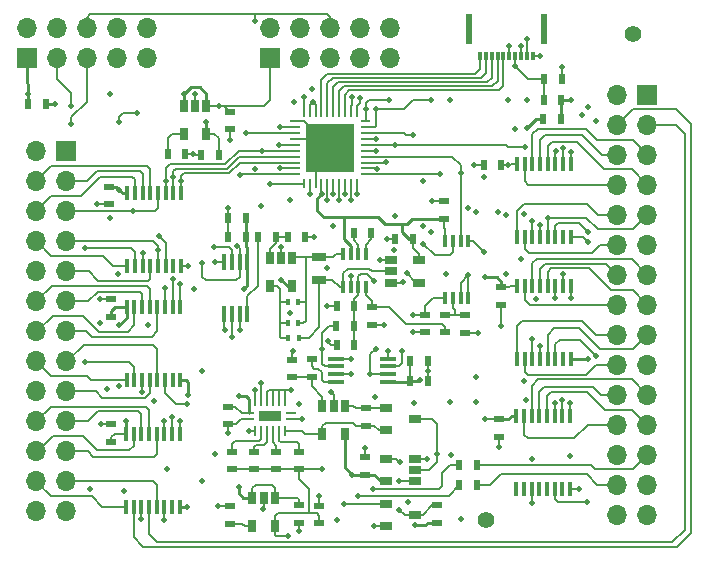
<source format=gtl>
G04 #@! TF.FileFunction,Copper,L1,Top,Signal*
%FSLAX46Y46*%
G04 Gerber Fmt 4.6, Leading zero omitted, Abs format (unit mm)*
G04 Created by KiCad (PCBNEW 4.0.1-stable) date 5/8/2017 10:12:06 PM*
%MOMM*%
G01*
G04 APERTURE LIST*
%ADD10C,0.100000*%
%ADD11R,1.700000X1.700000*%
%ADD12O,1.700000X1.700000*%
%ADD13C,1.397000*%
%ADD14C,0.508000*%
%ADD15R,0.350000X1.200000*%
%ADD16R,0.710000X0.280000*%
%ADD17R,0.280000X0.710000*%
%ADD18C,0.280000*%
%ADD19R,1.150000X1.150000*%
%ADD20C,0.457200*%
%ADD21R,4.100000X4.100000*%
%ADD22R,0.900000X0.240000*%
%ADD23R,0.240000X0.900000*%
%ADD24R,1.900000X0.900000*%
%ADD25R,0.750000X0.900000*%
%ADD26R,1.000000X0.700000*%
%ADD27R,0.700000X1.000000*%
%ADD28R,1.450000X0.450000*%
%ADD29R,0.450000X1.450000*%
%ADD30R,0.900000X0.500000*%
%ADD31R,0.500000X0.900000*%
%ADD32R,0.400000X1.000000*%
%ADD33R,1.300000X0.700000*%
%ADD34R,0.410000X1.020000*%
%ADD35R,0.400000X0.600000*%
%ADD36R,0.330000X0.800000*%
%ADD37R,0.600000X2.600000*%
%ADD38C,0.152400*%
%ADD39C,0.254000*%
%ADD40C,0.203200*%
%ADD41C,0.177800*%
G04 APERTURE END LIST*
D10*
D11*
X25875000Y17600000D03*
D12*
X23335000Y17600000D03*
X25875000Y15060000D03*
X23335000Y15060000D03*
X25875000Y12520000D03*
X23335000Y12520000D03*
X25875000Y9980000D03*
X23335000Y9980000D03*
X25875000Y7440000D03*
X23335000Y7440000D03*
X25875000Y4900000D03*
X23335000Y4900000D03*
X25875000Y2360000D03*
X23335000Y2360000D03*
X25875000Y-180000D03*
X23335000Y-180000D03*
X25875000Y-2720000D03*
X23335000Y-2720000D03*
X25875000Y-5260000D03*
X23335000Y-5260000D03*
X25875000Y-7800000D03*
X23335000Y-7800000D03*
X25875000Y-10340000D03*
X23335000Y-10340000D03*
X25875000Y-12880000D03*
X23335000Y-12880000D03*
X25875000Y-15420000D03*
X23335000Y-15420000D03*
X25875000Y-17960000D03*
X23335000Y-17960000D03*
D11*
X-23325000Y12800000D03*
D12*
X-25865000Y12800000D03*
X-23325000Y10260000D03*
X-25865000Y10260000D03*
X-23325000Y7720000D03*
X-25865000Y7720000D03*
X-23325000Y5180000D03*
X-25865000Y5180000D03*
X-23325000Y2640000D03*
X-25865000Y2640000D03*
X-23325000Y100000D03*
X-25865000Y100000D03*
X-23325000Y-2440000D03*
X-25865000Y-2440000D03*
X-23325000Y-4980000D03*
X-25865000Y-4980000D03*
X-23325000Y-7520000D03*
X-25865000Y-7520000D03*
X-23325000Y-10060000D03*
X-25865000Y-10060000D03*
X-23325000Y-12600000D03*
X-25865000Y-12600000D03*
X-23325000Y-15140000D03*
X-25865000Y-15140000D03*
X-23325000Y-17680000D03*
X-25865000Y-17680000D03*
D13*
X12217400Y-18415000D03*
D14*
X-4589200Y-19737600D03*
D15*
X-18161000Y3073400D03*
X-17511000Y3073400D03*
X-16861000Y3073400D03*
X-16211000Y3073400D03*
X-15561000Y3073400D03*
X-14911000Y3073400D03*
X-14261000Y3073400D03*
X-13611000Y3073400D03*
X-13611000Y9273400D03*
X-14261000Y9273400D03*
X-14911000Y9273400D03*
X-15561000Y9273400D03*
X-16211000Y9273400D03*
X-16861000Y9273400D03*
X-17511000Y9273400D03*
X-18161000Y9273400D03*
X-18208300Y-6542900D03*
X-17558300Y-6542900D03*
X-16908300Y-6542900D03*
X-16258300Y-6542900D03*
X-15608300Y-6542900D03*
X-14958300Y-6542900D03*
X-14308300Y-6542900D03*
X-13658300Y-6542900D03*
X-13658300Y-342900D03*
X-14308300Y-342900D03*
X-14958300Y-342900D03*
X-15608300Y-342900D03*
X-16258300Y-342900D03*
X-16908300Y-342900D03*
X-17558300Y-342900D03*
X-18208300Y-342900D03*
X-18262600Y-17297400D03*
X-17612600Y-17297400D03*
X-16962600Y-17297400D03*
X-16312600Y-17297400D03*
X-15662600Y-17297400D03*
X-15012600Y-17297400D03*
X-14362600Y-17297400D03*
X-13712600Y-17297400D03*
X-13712600Y-11097400D03*
X-14362600Y-11097400D03*
X-15012600Y-11097400D03*
X-15662600Y-11097400D03*
X-16312600Y-11097400D03*
X-16962600Y-11097400D03*
X-17612600Y-11097400D03*
X-18262600Y-11097400D03*
D16*
X-4010200Y15356400D03*
X-4010200Y14856400D03*
X-4010200Y14356400D03*
X-4010200Y13856400D03*
X-4010200Y13356400D03*
X-4010200Y12856400D03*
X-4010200Y12356400D03*
X-4010200Y11856400D03*
X-4010200Y11356400D03*
X-4010200Y10856400D03*
D17*
X-3215200Y10061400D03*
X-2715200Y10061400D03*
X-2215200Y10061400D03*
X-1715200Y10061400D03*
X-1215200Y10061400D03*
X-715200Y10061400D03*
X-215200Y10061400D03*
X284800Y10061400D03*
X784800Y10061400D03*
X1284800Y10061400D03*
D16*
X2079800Y10856400D03*
X2079800Y11356400D03*
X2079800Y11856400D03*
X2079800Y12356400D03*
X2079800Y12856400D03*
X2079800Y13356400D03*
X2079800Y13856400D03*
X2079800Y14356400D03*
X2079800Y14856400D03*
X2079800Y15356400D03*
D17*
X1284800Y16151400D03*
X784800Y16151400D03*
X284800Y16151400D03*
X-215200Y16151400D03*
X-715200Y16151400D03*
X-1215200Y16151400D03*
X-1715200Y16151400D03*
X-2215200Y16151400D03*
X-2715200Y16151400D03*
X-3215200Y16151400D03*
D18*
X1724800Y10856400D03*
X1724800Y11356400D03*
X1724800Y11856400D03*
X1724800Y12356400D03*
X1724800Y12856400D03*
X1724800Y13356400D03*
X1724800Y13856400D03*
X1724800Y14356400D03*
X1724800Y14856400D03*
X1724800Y15356400D03*
X1284800Y15796400D03*
X784800Y15796400D03*
X284800Y15796400D03*
X-215200Y15796400D03*
X-715200Y15796400D03*
X-1215200Y15796400D03*
X-1715200Y15796400D03*
X-2215200Y15796400D03*
X-2715200Y15796400D03*
X-3215200Y15796400D03*
X-3655200Y15356400D03*
X-3655200Y14856400D03*
X-3655200Y14356400D03*
X-3655200Y13856400D03*
X-3655200Y13356400D03*
X-3655200Y12856400D03*
X-3655200Y12356400D03*
X-3655200Y11856400D03*
X-3655200Y11356400D03*
X-3655200Y10856400D03*
X-3215200Y10416400D03*
X-2715200Y10416400D03*
X-2215200Y10416400D03*
X-1715200Y10416400D03*
X-1215200Y10416400D03*
X-715200Y10416400D03*
X-215200Y10416400D03*
X284800Y10416400D03*
X784800Y10416400D03*
X1284800Y10416400D03*
D19*
X-965200Y13106400D03*
X-965200Y14556400D03*
X-965200Y11656400D03*
X-2415200Y11656400D03*
X-2415200Y13106400D03*
X-2415200Y14556400D03*
X484800Y14556400D03*
X484800Y13106400D03*
X484800Y11656400D03*
D20*
X-965200Y14556400D03*
X-2415200Y14556400D03*
X-2415200Y11656400D03*
X-2415200Y13106400D03*
X-965200Y13106400D03*
X534800Y11606400D03*
X-965200Y11656400D03*
X484800Y13106400D03*
X534800Y14606400D03*
D21*
X-965200Y13106400D03*
D15*
X14843760Y5552440D03*
X15493760Y5552440D03*
X16143760Y5552440D03*
X16793760Y5552440D03*
X17443760Y5552440D03*
X18093760Y5552440D03*
X18743760Y5552440D03*
X19393760Y5552440D03*
X19393760Y11752440D03*
X18743760Y11752440D03*
X18093760Y11752440D03*
X17443760Y11752440D03*
X16793760Y11752440D03*
X16143760Y11752440D03*
X15493760Y11752440D03*
X14843760Y11752440D03*
D22*
X-7891150Y-9846079D03*
D23*
X-7341150Y-10896079D03*
X-6841150Y-10896079D03*
X-6341150Y-10896079D03*
X-5841150Y-10896079D03*
X-5341150Y-10896079D03*
X-4841150Y-10896079D03*
D22*
X-4291150Y-9846079D03*
X-4291150Y-9346079D03*
D23*
X-4841150Y-8296079D03*
X-5341150Y-8296079D03*
X-5841150Y-8296079D03*
X-6341150Y-8296079D03*
X-6841150Y-8296079D03*
X-7341150Y-8296079D03*
D22*
X-7891150Y-9346079D03*
D24*
X-6091150Y-9596079D03*
D25*
X-6666150Y-9596079D03*
X-5516150Y-9596079D03*
D15*
X14843760Y-4759960D03*
X15493760Y-4759960D03*
X16143760Y-4759960D03*
X16793760Y-4759960D03*
X17443760Y-4759960D03*
X18093760Y-4759960D03*
X18743760Y-4759960D03*
X19393760Y-4759960D03*
X19393760Y1440040D03*
X18743760Y1440040D03*
X18093760Y1440040D03*
X17443760Y1440040D03*
X16793760Y1440040D03*
X16143760Y1440040D03*
X15493760Y1440040D03*
X14843760Y1440040D03*
X14782800Y-15768320D03*
X15432800Y-15768320D03*
X16082800Y-15768320D03*
X16732800Y-15768320D03*
X17382800Y-15768320D03*
X18032800Y-15768320D03*
X18682800Y-15768320D03*
X19332800Y-15768320D03*
X19332800Y-9568320D03*
X18682800Y-9568320D03*
X18032800Y-9568320D03*
X17382800Y-9568320D03*
X16732800Y-9568320D03*
X16082800Y-9568320D03*
X15432800Y-9568320D03*
X14782800Y-9568320D03*
D26*
X6179820Y-9860280D03*
X3779820Y-8910280D03*
X3779820Y-10810280D03*
D27*
X-12404800Y16654600D03*
X-11454800Y16654600D03*
X-13354800Y16654600D03*
X-13354800Y14254600D03*
X-11454800Y14254600D03*
D26*
X4148800Y2634420D03*
X4148800Y3584420D03*
X4148800Y1684420D03*
X6548800Y1684420D03*
X6548800Y3584420D03*
D27*
X-694180Y-8716280D03*
X255820Y-8716280D03*
X-1644180Y-8716280D03*
X-1644180Y-11116280D03*
X255820Y-11116280D03*
X-5141700Y3784300D03*
X-4191700Y3784300D03*
X-6091700Y3784300D03*
X-6091700Y1384300D03*
X-4191700Y1384300D03*
D26*
X6179820Y-14178280D03*
X6179820Y-15128280D03*
X6179820Y-13228280D03*
X3779820Y-13228280D03*
X3779820Y-15128280D03*
D27*
X-6616700Y-16510000D03*
X-5666700Y-16510000D03*
X-7566700Y-16510000D03*
X-7566700Y-18910000D03*
X-5666700Y-18910000D03*
D28*
X3925820Y-6708480D03*
X3925820Y-6058480D03*
X3925820Y-5408480D03*
X3925820Y-4758480D03*
X-474180Y-4758480D03*
X-474180Y-5408480D03*
X-474180Y-6058480D03*
X-474180Y-6708480D03*
D29*
X-7983580Y3452220D03*
X-8633580Y3452220D03*
X-9283580Y3452220D03*
X-9933580Y3452220D03*
X-9933580Y-947780D03*
X-9283580Y-947780D03*
X-8633580Y-947780D03*
X-7983580Y-947780D03*
D30*
X-9282460Y-12626880D03*
X-9282460Y-14126880D03*
X-5552460Y-12626880D03*
X-5552460Y-14126880D03*
X-3632460Y-12626880D03*
X-3632460Y-14126880D03*
X-7452460Y-12626880D03*
X-7452460Y-14126880D03*
D31*
X9968800Y-15468600D03*
X11468800Y-15468600D03*
X9943400Y-13792200D03*
X11443400Y-13792200D03*
D32*
X110800Y1324420D03*
X760800Y1324420D03*
X1410800Y1324420D03*
X2060800Y1324420D03*
X2060800Y4124420D03*
X1410800Y4124420D03*
X760800Y4124420D03*
X110800Y4124420D03*
D30*
X-19723100Y9817800D03*
X-19723100Y8317800D03*
X-1905000Y-18682400D03*
X-1905000Y-17182400D03*
X-3639820Y-17164620D03*
X-3639820Y-18664620D03*
D31*
X-14731600Y12551200D03*
X-13231600Y12551200D03*
X-10424900Y12538500D03*
X-11924900Y12538500D03*
D30*
X-9447700Y16158700D03*
X-9447700Y14658700D03*
X-9448800Y-18707800D03*
X-9448800Y-17207800D03*
D14*
X-17349200Y16032400D03*
X2890800Y-3907600D03*
X-22899200Y16672400D03*
X-22899200Y15112400D03*
X3990800Y17162400D03*
X7530800Y17132400D03*
D30*
X-19507200Y-1219900D03*
X-19507200Y280100D03*
X-19532600Y-11799000D03*
X-19532600Y-10299000D03*
X1986280Y-14557440D03*
X1986280Y-13057440D03*
D31*
X13510800Y11672400D03*
X12010800Y11672400D03*
X6048800Y5404420D03*
X4548800Y5404420D03*
D30*
X13512800Y1283400D03*
X13512800Y-216600D03*
X13274040Y-9887520D03*
X13274040Y-11387520D03*
D31*
X18565800Y15512400D03*
X17065800Y15512400D03*
X17115800Y18962400D03*
X18615800Y18962400D03*
X18590800Y17187400D03*
X17090800Y17187400D03*
X5818440Y-6598920D03*
X7318440Y-6598920D03*
X5809660Y-4962280D03*
X7309660Y-4962280D03*
D30*
X2045820Y-10426280D03*
X2045820Y-8926280D03*
X-4170680Y-6332920D03*
X-4170680Y-4832920D03*
D31*
X-8117140Y7157720D03*
X-9617140Y7157720D03*
X-8127300Y5557520D03*
X-9627300Y5557520D03*
X1000800Y5904420D03*
X2500800Y5904420D03*
X-4582860Y5590540D03*
X-3082860Y5590540D03*
D30*
X2534920Y-357440D03*
X2534920Y-1857440D03*
X-2524760Y-4812600D03*
X-2524760Y-6312600D03*
D33*
X-1892300Y1930360D03*
X-1892300Y3830360D03*
D31*
X-7082220Y5590540D03*
X-5582220Y5590540D03*
X1054800Y-1943100D03*
X-445200Y-1943100D03*
X-432500Y-309880D03*
X1067500Y-309880D03*
D30*
X-9606280Y-8797860D03*
X-9606280Y-10297860D03*
D31*
X-25031000Y16840200D03*
X-26531000Y16840200D03*
D30*
X7086600Y-2528000D03*
X7086600Y-1028000D03*
X8650800Y8592400D03*
X8650800Y7092400D03*
X10414000Y-1053400D03*
X10414000Y-2553400D03*
X8737600Y-2528000D03*
X8737600Y-1028000D03*
D34*
X8763000Y381000D03*
X9413000Y381000D03*
X10063000Y381000D03*
X10713000Y381000D03*
X10713000Y5181000D03*
X10063000Y5181000D03*
X9413000Y5181000D03*
X8763000Y5181000D03*
D13*
X24663400Y22733000D03*
D26*
X6170800Y-17987600D03*
X3770800Y-17037600D03*
X3770800Y-18937600D03*
D30*
X8050800Y-17167600D03*
X8050800Y-18667600D03*
D35*
X-3689200Y12400D03*
X-4589200Y12400D03*
D31*
X1060800Y-3557600D03*
X-439200Y-3557600D03*
D35*
X-4559200Y-2987600D03*
X-3659200Y-2987600D03*
X-4579200Y-1757600D03*
X-3679200Y-1757600D03*
D36*
X16190800Y20887400D03*
X15690800Y20887400D03*
X15190800Y20887400D03*
X14690800Y20887400D03*
X14190800Y20887400D03*
X13690800Y20887400D03*
X13190800Y20887400D03*
X12690800Y20887400D03*
X12190800Y20887400D03*
X11690800Y20887400D03*
D37*
X17090800Y23187400D03*
X10790800Y23187400D03*
D11*
X-26654200Y20730000D03*
D12*
X-26654200Y23270000D03*
X-24114200Y20730000D03*
X-24114200Y23270000D03*
X-21574200Y20730000D03*
X-21574200Y23270000D03*
X-19034200Y20730000D03*
X-19034200Y23270000D03*
X-16494200Y20730000D03*
X-16494200Y23270000D03*
D11*
X-6104200Y20730000D03*
D12*
X-6104200Y23270000D03*
X-3564200Y20730000D03*
X-3564200Y23270000D03*
X-1024200Y20730000D03*
X-1024200Y23270000D03*
X1515800Y20730000D03*
X1515800Y23270000D03*
X4055800Y20730000D03*
X4055800Y23270000D03*
D14*
X-11799200Y3362400D03*
X-17679200Y7720000D03*
X-1149200Y-3277600D03*
X20815800Y-4762600D03*
X-18884200Y-7037600D03*
X-12549200Y1122400D03*
X18615800Y19987400D03*
X-18909200Y2387400D03*
X15690800Y14787400D03*
X16815800Y20887400D03*
X13520800Y-1947600D03*
X10710800Y2312400D03*
X11530800Y-2547600D03*
X20870800Y5122400D03*
X3570800Y-1857600D03*
X7318440Y-5767600D03*
X-949200Y-7537600D03*
X2750800Y-18927600D03*
X13280800Y-12197600D03*
X-12989200Y3072400D03*
X13880800Y2432400D03*
X2790800Y-8027600D03*
X9240800Y-12887600D03*
X7210800Y-13227600D03*
X9170800Y-8377600D03*
X1981200Y-12344400D03*
X7660800Y8602400D03*
X11170800Y11672400D03*
X15400800Y7542400D03*
X10720800Y7982400D03*
X11340800Y7642400D03*
X13250800Y7682400D03*
X13890800Y7392400D03*
X5156200Y1701800D03*
X8820800Y2432400D03*
X6060800Y-2527600D03*
X15580800Y-8247600D03*
X11390800Y-8437600D03*
X20090800Y-15757600D03*
X-13069200Y-17287600D03*
X-12979200Y-7807600D03*
X-15919200Y-8357600D03*
X-16379200Y-1937600D03*
X-9626600Y8026400D03*
X-4165600Y-4140200D03*
X-10464800Y-17195800D03*
X-1905000Y-16408400D03*
X-3632200Y-19380200D03*
X-4038600Y17018000D03*
X-12406800Y17631200D03*
X-20447000Y279400D03*
X-20421600Y-10312400D03*
X-14757400Y-14097000D03*
X-6629400Y-17449800D03*
X-9435000Y13745000D03*
X-12559200Y12551200D03*
X-24257000Y16840200D03*
X787400Y-4749800D03*
X812800Y-6070600D03*
X-7340600Y-7416800D03*
X-9601200Y-11074400D03*
X-4292600Y-7442200D03*
X-3403600Y-9855200D03*
X3810000Y5410200D03*
X-1219200Y-304800D03*
X762000Y2286000D03*
X-2387600Y5588000D03*
X-5130800Y4673600D03*
X-8638540Y-2278380D03*
X-9923780Y-2280920D03*
X-20751800Y8318500D03*
X-15561000Y4422400D03*
X-21717000Y4584700D03*
X-21729700Y-5016500D03*
X17430800Y7192400D03*
X16791940Y6611620D03*
X16791940Y-3639820D03*
X860640Y-14557440D03*
X14115800Y17162400D03*
X19415800Y17162400D03*
X15715800Y17162400D03*
X15190800Y21737400D03*
X12165800Y2137400D03*
X-8309200Y1162400D03*
X-5109200Y1932400D03*
X-8684200Y-7887600D03*
X-8684200Y-15637600D03*
X-18834200Y15287400D03*
X-18459200Y-15962600D03*
X-18259200Y-9987600D03*
X-18859200Y-1937600D03*
X-18827450Y9569150D03*
X-2484200Y18087400D03*
X6115800Y-8462600D03*
X11390800Y-6262600D03*
X6615800Y-6587600D03*
X9140800Y17162400D03*
X6215800Y-18812600D03*
X14115800Y11687400D03*
X12165800Y-9887600D03*
X-11459200Y15287400D03*
X-1709200Y9212400D03*
X-2463800Y16967200D03*
X-13354800Y17656800D03*
X-19659200Y17637400D03*
X-19889200Y-7277600D03*
X-26534200Y17662400D03*
X-4359200Y-907600D03*
X-4359200Y8722400D03*
X-19659200Y7202400D03*
X-10369200Y16654600D03*
X10060800Y-18327600D03*
X10063000Y10992400D03*
X3730800Y11862400D03*
X3940800Y-4077600D03*
X-10689200Y-12817600D03*
X4440800Y4452400D03*
X-10689200Y3452400D03*
X-1669200Y-14127600D03*
X-1669200Y-3907600D03*
X-9279200Y-2937600D03*
X6030800Y-1027600D03*
X6030800Y14192400D03*
X14690800Y20012400D03*
X14690800Y14712400D03*
X-5283200Y13360400D03*
X6900800Y10302400D03*
X-5257800Y11353800D03*
X6900800Y6522400D03*
X-10829200Y4672400D03*
X6900800Y5002400D03*
X5630800Y-16917600D03*
X5120800Y-4107600D03*
X14190800Y21737400D03*
X-8579200Y10812400D03*
X15690800Y22287400D03*
X-7384200Y23837400D03*
X-6039200Y10062400D03*
X2090800Y16412400D03*
X2940800Y16387400D03*
X1290800Y9182400D03*
X2630800Y-15817600D03*
X780800Y8682400D03*
X1370800Y-16347600D03*
X-709200Y9182400D03*
X-709200Y6492400D03*
X-15499200Y5642400D03*
X-13614400Y10312400D03*
X-13659200Y1612400D03*
X19340800Y-13017600D03*
X19330800Y-8537600D03*
X19390800Y362400D03*
X19390800Y12772400D03*
X-13716000Y-10058400D03*
X-14351000Y-9728200D03*
X-14249400Y10642600D03*
X-14309200Y1982400D03*
X18740800Y13072400D03*
X18690800Y-8237600D03*
X18740800Y2402400D03*
X-15011400Y-10058400D03*
X-14959200Y1232400D03*
X-14909800Y10312400D03*
X-6719200Y12856400D03*
X18030800Y-8487600D03*
X18090800Y352400D03*
X18100800Y12802400D03*
X-5257800Y14859000D03*
X-13059200Y-8577600D03*
X-3659200Y-8577600D03*
X-15009200Y-18367600D03*
X-409200Y-18367600D03*
X-2719200Y9202400D03*
X21540800Y15362400D03*
X-3225800Y17373600D03*
X21550800Y-4517600D03*
X830800Y17442400D03*
X20300800Y15892400D03*
X20730800Y-16907600D03*
X160800Y-17037600D03*
X-1219200Y2902400D03*
X-1219200Y8712400D03*
X3230800Y3582400D03*
X4890800Y-15127600D03*
X4890800Y-17537600D03*
X-11809200Y-5767600D03*
X-11809200Y-15127600D03*
X15180800Y3692400D03*
X7540800Y5962400D03*
X8280800Y10862400D03*
X-21309200Y-15747600D03*
X-20439200Y-1697600D03*
X15420800Y-6597600D03*
X16460800Y322400D03*
X20810800Y16552400D03*
X1530800Y17352400D03*
X20830800Y6012400D03*
X-8829200Y4812400D03*
X-8069200Y14362400D03*
X3020800Y11352400D03*
X2430800Y-6057600D03*
X2910800Y12862400D03*
X-7329200Y11352400D03*
X-7889200Y-10897600D03*
X-209200Y8702400D03*
X-6839200Y8182400D03*
X-6839200Y-6837600D03*
X2740800Y1852400D03*
X2920800Y13852400D03*
X16070800Y-16967600D03*
X16070800Y-13217600D03*
X4920800Y-13537600D03*
X5490800Y2492400D03*
X4520800Y13352400D03*
X4520800Y7342400D03*
X15530800Y13142400D03*
X16130800Y-3087600D03*
X16150800Y6932400D03*
X-16865600Y4165600D03*
X-16967200Y-18288000D03*
X-16916400Y-7543800D03*
X290800Y9212400D03*
X12010800Y10662400D03*
X12010800Y4272400D03*
X8070800Y-12807600D03*
D38*
X-25865000Y10260000D02*
X-24580700Y11544300D01*
X-16211000Y11308800D02*
X-16211000Y9273400D01*
X-16446500Y11544300D02*
X-16211000Y11308800D01*
X-24580700Y11544300D02*
X-16446500Y11544300D01*
X-25865000Y10260000D02*
X-25865000Y10279200D01*
X-23325000Y10260000D02*
X-21591600Y10260000D01*
X-16861000Y10866600D02*
X-16861000Y9273400D01*
X-17106900Y11112500D02*
X-16861000Y10866600D01*
X-20739100Y11112500D02*
X-17106900Y11112500D01*
X-21591600Y10260000D02*
X-20739100Y11112500D01*
X-25865000Y7720000D02*
X-25865000Y7751900D01*
X-25865000Y7751900D02*
X-24574500Y9042400D01*
X-17511000Y10437100D02*
X-17511000Y9273400D01*
X-17716500Y10642600D02*
X-17511000Y10437100D01*
X-20434300Y10642600D02*
X-17716500Y10642600D01*
X-22034500Y9042400D02*
X-20434300Y10642600D01*
X-24574500Y9042400D02*
X-22034500Y9042400D01*
X-25865000Y7720000D02*
X-25858800Y7720000D01*
X-23325000Y7720000D02*
X-17679200Y7720000D01*
X-17679200Y7720000D02*
X-15813100Y7720000D01*
X-15561000Y7972100D02*
X-15561000Y9273400D01*
X-15813100Y7720000D02*
X-15561000Y7972100D01*
X11468800Y-15468600D02*
X12589800Y-15468600D01*
X21613200Y-15420000D02*
X23335000Y-15420000D01*
X20740800Y-14547600D02*
X21613200Y-15420000D01*
X13510800Y-14547600D02*
X20740800Y-14547600D01*
X12589800Y-15468600D02*
X13510800Y-14547600D01*
X-439200Y-3557600D02*
X-869200Y-3557600D01*
X-869200Y-3557600D02*
X-1149200Y-3277600D01*
D39*
X19393760Y-4759960D02*
X20813160Y-4759960D01*
X20813160Y-4759960D02*
X20815800Y-4762600D01*
D40*
X18615800Y18962400D02*
X18615800Y19987400D01*
D39*
X17065800Y15512400D02*
X16415800Y15512400D01*
X16415800Y15512400D02*
X15690800Y14787400D01*
D38*
X16190800Y20887400D02*
X16815800Y20887400D01*
X13512800Y-216600D02*
X13512800Y-1939600D01*
X13512800Y-1939600D02*
X13520800Y-1947600D01*
X10063000Y381000D02*
X10063000Y1664600D01*
X10063000Y1664600D02*
X10710800Y2312400D01*
X10713000Y381000D02*
X10713000Y2310200D01*
X10713000Y2310200D02*
X10710800Y2312400D01*
D40*
X10414000Y-2553400D02*
X11525000Y-2553400D01*
X11525000Y-2553400D02*
X11530800Y-2547600D01*
D38*
X19393760Y5552440D02*
X20440760Y5552440D01*
X20440760Y5552440D02*
X20870800Y5122400D01*
X2534920Y-1857440D02*
X3570640Y-1857440D01*
X3570640Y-1857440D02*
X3570800Y-1857600D01*
X7318440Y-6598920D02*
X7318440Y-5767600D01*
X7318440Y-5767600D02*
X7318440Y-4971060D01*
X7318440Y-4971060D02*
X7309660Y-4962280D01*
X-694180Y-8716280D02*
X-694180Y-7792620D01*
X-694180Y-7792620D02*
X-949200Y-7537600D01*
X3770800Y-18937600D02*
X2760800Y-18937600D01*
X2760800Y-18937600D02*
X2750800Y-18927600D01*
X13274040Y-11387520D02*
X13274040Y-12190840D01*
X13274040Y-12190840D02*
X13280800Y-12197600D01*
X-13611000Y3073400D02*
X-12990200Y3073400D01*
X-12990200Y3073400D02*
X-12989200Y3072400D01*
X6179820Y-13228280D02*
X7210120Y-13228280D01*
X7210120Y-13228280D02*
X7210800Y-13227600D01*
X1986280Y-12349480D02*
X1981200Y-12344400D01*
X1986280Y-12349480D02*
X1986280Y-13057440D01*
X7670800Y8592400D02*
X7660800Y8602400D01*
X7670800Y8592400D02*
X8650800Y8592400D01*
X12010800Y11672400D02*
X11170800Y11672400D01*
X5138820Y1684420D02*
X5156200Y1701800D01*
X5138820Y1684420D02*
X4148800Y1684420D01*
X7086600Y-2528000D02*
X6061200Y-2528000D01*
X6061200Y-2528000D02*
X6060800Y-2527600D01*
X19332800Y-15768320D02*
X20080080Y-15768320D01*
X20080080Y-15768320D02*
X20090800Y-15757600D01*
X-2215200Y10061400D02*
X-2215200Y11456400D01*
X-2215200Y11456400D02*
X-2415200Y11656400D01*
D39*
X-13712600Y-17297400D02*
X-13079000Y-17297400D01*
X-13079000Y-17297400D02*
X-13069200Y-17287600D01*
X-13658300Y-6542900D02*
X-13163900Y-6542900D01*
X-12979200Y-6727600D02*
X-12979200Y-7807600D01*
X-13163900Y-6542900D02*
X-12979200Y-6727600D01*
D38*
X-9617140Y7157720D02*
X-9617140Y8016940D01*
X-9617140Y8016940D02*
X-9626600Y8026400D01*
X-9627300Y5557520D02*
X-9627300Y7147560D01*
X-9627300Y7147560D02*
X-9617140Y7157720D01*
D40*
X-4170680Y-4832920D02*
X-4170680Y-4145280D01*
X-4170680Y-4145280D02*
X-4165600Y-4140200D01*
X-9448800Y-17207800D02*
X-10452800Y-17207800D01*
X-10452800Y-17207800D02*
X-10464800Y-17195800D01*
X-1905000Y-17182400D02*
X-1905000Y-16408400D01*
X-3639820Y-18664620D02*
X-3639820Y-19372580D01*
X-3639820Y-19372580D02*
X-3632200Y-19380200D01*
D38*
X-4010200Y15356400D02*
X-3215200Y15356400D01*
X-3215200Y15356400D02*
X-2415200Y14556400D01*
X-4010200Y13856400D02*
X-1715200Y13856400D01*
D40*
X-12404800Y16654600D02*
X-12404800Y17629200D01*
X-12404800Y17629200D02*
X-12406800Y17631200D01*
X-19507200Y280100D02*
X-20446300Y280100D01*
X-20446300Y280100D02*
X-20447000Y279400D01*
X-19532600Y-10299000D02*
X-20408200Y-10299000D01*
X-20408200Y-10299000D02*
X-20421600Y-10312400D01*
X-6616700Y-16510000D02*
X-6616700Y-17437100D01*
X-6616700Y-17437100D02*
X-6629400Y-17449800D01*
X-9447700Y14658700D02*
X-9447700Y13757700D01*
X-9447700Y13757700D02*
X-9435000Y13745000D01*
X-11924900Y12538500D02*
X-12546500Y12538500D01*
X-12559200Y12551200D02*
X-13231600Y12551200D01*
X-12546500Y12538500D02*
X-12559200Y12551200D01*
D39*
X-25031000Y16840200D02*
X-24257000Y16840200D01*
D38*
X-474180Y-4758480D02*
X778720Y-4758480D01*
X778720Y-4758480D02*
X787400Y-4749800D01*
X-474180Y-6058480D02*
X800680Y-6058480D01*
X800680Y-6058480D02*
X812800Y-6070600D01*
X-7341150Y-7417350D02*
X-7340600Y-7416800D01*
X-7341150Y-7417350D02*
X-7341150Y-8296079D01*
X-9606280Y-10297860D02*
X-9606280Y-11069320D01*
X-9606280Y-11069320D02*
X-9601200Y-11074400D01*
X-7891150Y-9846079D02*
X-8499879Y-9846079D01*
X-8951660Y-10297860D02*
X-9606280Y-10297860D01*
X-8499879Y-9846079D02*
X-8951660Y-10297860D01*
X-5841150Y-8296079D02*
X-5841150Y-7442200D01*
X-5842000Y-7467600D02*
X-5842000Y-7442200D01*
X-5842000Y-7443050D02*
X-5842000Y-7467600D01*
X-5841150Y-7442200D02*
X-5842000Y-7443050D01*
X-5341150Y-8296079D02*
X-5341150Y-7442200D01*
X-5334000Y-7467600D02*
X-5334000Y-7442200D01*
X-5334000Y-7449350D02*
X-5334000Y-7467600D01*
X-5341150Y-7442200D02*
X-5334000Y-7449350D01*
X-4841150Y-8296079D02*
X-4841150Y-7442200D01*
X-4841150Y-7442200D02*
X-4851400Y-7442200D01*
X-6341150Y-8296079D02*
X-6341150Y-7585750D01*
X-6197600Y-7442200D02*
X-5842000Y-7442200D01*
X-5842000Y-7442200D02*
X-5334000Y-7442200D01*
X-5334000Y-7442200D02*
X-4851400Y-7442200D01*
X-4851400Y-7442200D02*
X-4292600Y-7442200D01*
X-6341150Y-7585750D02*
X-6197600Y-7442200D01*
X-4291150Y-9846079D02*
X-3412721Y-9846079D01*
X-3412721Y-9846079D02*
X-3403600Y-9855200D01*
X4548800Y5404420D02*
X3815780Y5404420D01*
X3815780Y5404420D02*
X3810000Y5410200D01*
X-432500Y-309880D02*
X-1214120Y-309880D01*
X-1214120Y-309880D02*
X-1219200Y-304800D01*
X760800Y1324420D02*
X760800Y2284800D01*
X760800Y2284800D02*
X762000Y2286000D01*
X-3082860Y5590540D02*
X-2390140Y5590540D01*
X-2390140Y5590540D02*
X-2387600Y5588000D01*
X-5141700Y3784300D02*
X-5141700Y4662700D01*
X-5141700Y4662700D02*
X-5130800Y4673600D01*
X-8633580Y-947780D02*
X-8633580Y-2273420D01*
X-8633580Y-2273420D02*
X-8638540Y-2278380D01*
X-9933580Y-947780D02*
X-9933580Y-2271120D01*
X-9933580Y-2271120D02*
X-9923780Y-2280920D01*
X-19723100Y8317800D02*
X-20751100Y8317800D01*
X-20751100Y8317800D02*
X-20751800Y8318500D01*
X-1715200Y13856400D02*
X-965200Y13106400D01*
X11443400Y-13792200D02*
X21115400Y-13792200D01*
X24627400Y-14127600D02*
X25875000Y-12880000D01*
X21450800Y-14127600D02*
X24627400Y-14127600D01*
X21115400Y-13792200D02*
X21450800Y-14127600D01*
X-25865000Y5180000D02*
X-25842900Y5180000D01*
X-25842900Y5180000D02*
X-24574500Y3911600D01*
X-19354800Y3073400D02*
X-18161000Y3073400D01*
X-20193000Y3911600D02*
X-19354800Y3073400D01*
X-24574500Y3911600D02*
X-20193000Y3911600D01*
X-25865000Y5180000D02*
X-25855600Y5180000D01*
X-23325000Y5180000D02*
X-15949600Y5180000D01*
X-15561000Y4791400D02*
X-15561000Y4422400D01*
X-15561000Y4422400D02*
X-15561000Y3073400D01*
X-15949600Y5180000D02*
X-15561000Y4791400D01*
X-17511000Y3073400D02*
X-17511000Y4252200D01*
X-17843500Y4584700D02*
X-21717000Y4584700D01*
X-17511000Y4252200D02*
X-17843500Y4584700D01*
X-23325000Y2640000D02*
X-21410600Y2640000D01*
X-16211000Y2038900D02*
X-16211000Y3073400D01*
X-16386500Y1863400D02*
X-16211000Y2038900D01*
X-20634000Y1863400D02*
X-16386500Y1863400D01*
X-21410600Y2640000D02*
X-20634000Y1863400D01*
X-25865000Y100000D02*
X-25846100Y100000D01*
X-25846100Y100000D02*
X-24549100Y1397000D01*
X-24549100Y1397000D02*
X-16510000Y1397000D01*
X-16510000Y1397000D02*
X-16258300Y1145300D01*
X-16258300Y1145300D02*
X-16258300Y-342900D01*
X-23325000Y100000D02*
X-21464600Y100000D01*
X-16908300Y728500D02*
X-16908300Y-342900D01*
X-17106900Y927100D02*
X-16908300Y728500D01*
X-20637500Y927100D02*
X-17106900Y927100D01*
X-21464600Y100000D02*
X-20637500Y927100D01*
X-25865000Y-2440000D02*
X-25808000Y-2440000D01*
X-25808000Y-2440000D02*
X-24472900Y-1104900D01*
X-24472900Y-1104900D02*
X-21882100Y-1104900D01*
X-21882100Y-1104900D02*
X-20530900Y-2456100D01*
X-20530900Y-2456100D02*
X-18087000Y-2456100D01*
X-18087000Y-2456100D02*
X-17558300Y-1927400D01*
X-17558300Y-1927400D02*
X-17558300Y-342900D01*
X-23325000Y-2440000D02*
X-21626800Y-2440000D01*
X-15608300Y-2436700D02*
X-15608300Y-342900D01*
X-16059200Y-2887600D02*
X-15608300Y-2436700D01*
X-21179200Y-2887600D02*
X-16059200Y-2887600D01*
X-21626800Y-2440000D02*
X-21179200Y-2887600D01*
X-25865000Y-4980000D02*
X-25855600Y-4980000D01*
X-25855600Y-4980000D02*
X-24587200Y-6248400D01*
X-24587200Y-6248400D02*
X-21526500Y-6248400D01*
X-21526500Y-6248400D02*
X-21232000Y-6542900D01*
X-21232000Y-6542900D02*
X-18208300Y-6542900D01*
X-23325000Y-4980000D02*
X-23268000Y-4980000D01*
X-23268000Y-4980000D02*
X-21844000Y-3556000D01*
X-21844000Y-3556000D02*
X-15989300Y-3556000D01*
X-15989300Y-3556000D02*
X-15608300Y-3937000D01*
X-15608300Y-3937000D02*
X-15608300Y-6542900D01*
X-17558300Y-6542900D02*
X-17558300Y-5416000D01*
X-21717000Y-5003800D02*
X-21729700Y-5016500D01*
X-17970500Y-5003800D02*
X-21717000Y-5003800D01*
X-17558300Y-5416000D02*
X-17970500Y-5003800D01*
X-23325000Y-7520000D02*
X-20826400Y-7520000D01*
X-16258300Y-7673100D02*
X-16258300Y-6542900D01*
X-16637000Y-8051800D02*
X-16258300Y-7673100D01*
X-20294600Y-8051800D02*
X-16637000Y-8051800D01*
X-20826400Y-7520000D02*
X-20294600Y-8051800D01*
X-25865000Y-10060000D02*
X-25865000Y-10053500D01*
X-25865000Y-10053500D02*
X-24638000Y-8826500D01*
X-24638000Y-8826500D02*
X-21183600Y-8826500D01*
X-21183600Y-8826500D02*
X-21183600Y-8826500D01*
X-21183600Y-8826500D02*
X-16598900Y-8826500D01*
X-16598900Y-8826500D02*
X-16312600Y-9112800D01*
X-16312600Y-9112800D02*
X-16312600Y-11097400D01*
X-23325000Y-10060000D02*
X-21477300Y-10060000D01*
X-16962600Y-9466100D02*
X-16962600Y-11097400D01*
X-17221200Y-9207500D02*
X-16962600Y-9466100D01*
X-20624800Y-9207500D02*
X-17221200Y-9207500D01*
X-21477300Y-10060000D02*
X-20624800Y-9207500D01*
X-25865000Y-12600000D02*
X-25731800Y-12600000D01*
X-25731800Y-12600000D02*
X-24434800Y-11303000D01*
X-24434800Y-11303000D02*
X-21907500Y-11303000D01*
X-21907500Y-11303000D02*
X-20713700Y-12496800D01*
X-20713700Y-12496800D02*
X-17970500Y-12496800D01*
X-17970500Y-12496800D02*
X-17612600Y-12138900D01*
X-17612600Y-12138900D02*
X-17612600Y-11097400D01*
X-23325000Y-12600000D02*
X-21499500Y-12600000D01*
X-15662600Y-12817800D02*
X-15662600Y-11097400D01*
X-15887700Y-13042900D02*
X-15662600Y-12817800D01*
X-21056600Y-13042900D02*
X-15887700Y-13042900D01*
X-21499500Y-12600000D02*
X-21056600Y-13042900D01*
X-25865000Y-15140000D02*
X-25865000Y-15156000D01*
X-25865000Y-15156000D02*
X-24625300Y-16395700D01*
X-24625300Y-16395700D02*
X-21170900Y-16395700D01*
X-21170900Y-16395700D02*
X-20269200Y-17297400D01*
X-20269200Y-17297400D02*
X-18262600Y-17297400D01*
X-23325000Y-15140000D02*
X-15987700Y-15140000D01*
X-15662600Y-15465100D02*
X-15662600Y-17297400D01*
X-15987700Y-15140000D02*
X-15662600Y-15465100D01*
D41*
X-17612600Y-17297400D02*
X-17612600Y-19844200D01*
X24627400Y16352400D02*
X23335000Y15060000D01*
X28320800Y16352400D02*
X24627400Y16352400D01*
X29550800Y15122400D02*
X28320800Y16352400D01*
X29550800Y-19507600D02*
X29550800Y15122400D01*
X28400800Y-20657600D02*
X29550800Y-19507600D01*
X-16799200Y-20657600D02*
X28400800Y-20657600D01*
X-17612600Y-19844200D02*
X-16799200Y-20657600D01*
X-16312600Y-17297400D02*
X-16312600Y-19564200D01*
X28303200Y15060000D02*
X25875000Y15060000D01*
X29050800Y14312400D02*
X28303200Y15060000D01*
X29050800Y-19227600D02*
X29050800Y14312400D01*
X28000800Y-20277600D02*
X29050800Y-19227600D01*
X-15599200Y-20277600D02*
X28000800Y-20277600D01*
X-16312600Y-19564200D02*
X-15599200Y-20277600D01*
D38*
X23335000Y12520000D02*
X22018920Y12520000D01*
X16793760Y13730520D02*
X16793760Y11752440D01*
X17246600Y14183360D02*
X16793760Y13730520D01*
X20355560Y14183360D02*
X17246600Y14183360D01*
X22018920Y12520000D02*
X20355560Y14183360D01*
X25875000Y12520000D02*
X25875000Y12565360D01*
X25875000Y12565360D02*
X24658320Y13782040D01*
X24658320Y13782040D02*
X21579840Y13782040D01*
X21579840Y13782040D02*
X20665440Y14696440D01*
X20665440Y14696440D02*
X16596360Y14696440D01*
X16596360Y14696440D02*
X16143760Y14243840D01*
X16143760Y14243840D02*
X16143760Y11752440D01*
X23335000Y9980000D02*
X15790840Y9980000D01*
X15493760Y10277080D02*
X15493760Y11752440D01*
X15790840Y9980000D02*
X15493760Y10277080D01*
X25875000Y9980000D02*
X25874640Y9980000D01*
X25874640Y9980000D02*
X24551640Y11303000D01*
X24551640Y11303000D02*
X22222460Y11303000D01*
X22222460Y11303000D02*
X19946620Y13578840D01*
X19946620Y13578840D02*
X17785080Y13578840D01*
X17785080Y13578840D02*
X17443760Y13237520D01*
X17443760Y13237520D02*
X17443760Y11752440D01*
X14843760Y5552440D02*
X14843760Y7765360D01*
X21673200Y7440000D02*
X23335000Y7440000D01*
X20750800Y8362400D02*
X21673200Y7440000D01*
X15440800Y8362400D02*
X20750800Y8362400D01*
X14843760Y7765360D02*
X15440800Y8362400D01*
X17430800Y7192400D02*
X20684100Y7192400D01*
X24643080Y6189980D02*
X21686520Y6189980D01*
X24643080Y6189980D02*
X25875000Y7421900D01*
X20684100Y7192400D02*
X21686520Y6189980D01*
X17443760Y5552440D02*
X17443760Y7179440D01*
X17443760Y7179440D02*
X17430800Y7192400D01*
X25875000Y7440000D02*
X25875000Y7421900D01*
X23335000Y4900000D02*
X21859580Y4900000D01*
X15493760Y4569700D02*
X15493760Y5552440D01*
X15824200Y4239260D02*
X15493760Y4569700D01*
X21198840Y4239260D02*
X15824200Y4239260D01*
X21859580Y4900000D02*
X21198840Y4239260D01*
X23335000Y4900000D02*
X23335000Y4836180D01*
X16793760Y5552440D02*
X16793760Y6609800D01*
X16793760Y6609800D02*
X16791940Y6611620D01*
X23335000Y2360000D02*
X22398080Y3296920D01*
X16793760Y2839000D02*
X16793760Y1440040D01*
X17251680Y3296920D02*
X16793760Y2839000D01*
X22398080Y3296920D02*
X17251680Y3296920D01*
X25875000Y2360000D02*
X24549460Y3685540D01*
X16143760Y3332000D02*
X16143760Y1440040D01*
X16497300Y3685540D02*
X16143760Y3332000D01*
X24549460Y3685540D02*
X16497300Y3685540D01*
X23335000Y-180000D02*
X15907680Y-180000D01*
X15493760Y233920D02*
X15493760Y1440040D01*
X15907680Y-180000D02*
X15493760Y233920D01*
X25875000Y-180000D02*
X25875000Y-167660D01*
X25875000Y-167660D02*
X24627840Y1079500D01*
X24627840Y1079500D02*
X22783800Y1079500D01*
X22783800Y1079500D02*
X20970240Y2893060D01*
X20970240Y2893060D02*
X17731740Y2893060D01*
X17731740Y2893060D02*
X17443760Y2605080D01*
X17443760Y2605080D02*
X17443760Y1440040D01*
X23335000Y-2720000D02*
X21503300Y-2720000D01*
X14843760Y-1958340D02*
X14843760Y-4759960D01*
X15224760Y-1577340D02*
X14843760Y-1958340D01*
X20360640Y-1577340D02*
X15224760Y-1577340D01*
X21503300Y-2720000D02*
X20360640Y-1577340D01*
X25875000Y-2720000D02*
X24624980Y-3970020D01*
X17443760Y-2741620D02*
X17443760Y-4759960D01*
X17998440Y-2186940D02*
X17443760Y-2741620D01*
X20055840Y-2186940D02*
X17998440Y-2186940D01*
X21838920Y-3970020D02*
X20055840Y-2186940D01*
X24624980Y-3970020D02*
X21838920Y-3970020D01*
X23335000Y-5260000D02*
X21554780Y-5260000D01*
X15493760Y-5846840D02*
X15493760Y-4759960D01*
X15788640Y-6141720D02*
X15493760Y-5846840D01*
X20673060Y-6141720D02*
X15788640Y-6141720D01*
X21554780Y-5260000D02*
X20673060Y-6141720D01*
X16793760Y-4759960D02*
X16793760Y-3641640D01*
X16793760Y-3641640D02*
X16791940Y-3639820D01*
X23335000Y-7800000D02*
X21957960Y-7800000D01*
X16732800Y-7536900D02*
X16732800Y-9568320D01*
X17152620Y-7117080D02*
X16732800Y-7536900D01*
X21275040Y-7117080D02*
X17152620Y-7117080D01*
X21957960Y-7800000D02*
X21275040Y-7117080D01*
X25875000Y-7800000D02*
X25874640Y-7800000D01*
X25874640Y-7800000D02*
X24582120Y-6507480D01*
X24582120Y-6507480D02*
X16596360Y-6507480D01*
X16596360Y-6507480D02*
X16082800Y-7021040D01*
X16082800Y-7021040D02*
X16082800Y-9568320D01*
X23335000Y-10340000D02*
X20835960Y-10340000D01*
X15432800Y-11203700D02*
X15432800Y-9568320D01*
X15735300Y-11506200D02*
X15432800Y-11203700D01*
X19669760Y-11506200D02*
X15735300Y-11506200D01*
X20835960Y-10340000D02*
X19669760Y-11506200D01*
X25875000Y-10340000D02*
X24597720Y-9062720D01*
X17382800Y-7900360D02*
X17382800Y-9568320D01*
X17683480Y-7599680D02*
X17382800Y-7900360D01*
X20787360Y-7599680D02*
X17683480Y-7599680D01*
X22250400Y-9062720D02*
X20787360Y-7599680D01*
X24597720Y-9062720D02*
X22250400Y-9062720D01*
X860800Y-14557440D02*
X860640Y-14557440D01*
D39*
X19415800Y17162400D02*
X19390800Y17187400D01*
X18590800Y17187400D02*
X19390800Y17187400D01*
D38*
X15190800Y21737400D02*
X15190800Y20887400D01*
X-17349200Y16032400D02*
X-18509200Y16032400D01*
X-18834200Y15707400D02*
X-18834200Y15287400D01*
X-18509200Y16032400D02*
X-18834200Y15707400D01*
D39*
X13512800Y1765400D02*
X13140800Y2137400D01*
X13140800Y2137400D02*
X12165800Y2137400D01*
X13512800Y1765400D02*
X13512800Y1283400D01*
D38*
X-4191700Y1384300D02*
X-4561100Y1384300D01*
D39*
X-7983580Y1488020D02*
X-8309200Y1162400D01*
X-7983580Y1488020D02*
X-7983580Y3452220D01*
X-4561100Y1384300D02*
X-5109200Y1932400D01*
X760800Y4124420D02*
X760800Y4817400D01*
X190800Y5387400D02*
X190800Y7237400D01*
X760800Y4817400D02*
X190800Y5387400D01*
X6048800Y5404420D02*
X5673780Y5404420D01*
X5090800Y5987400D02*
X5090800Y6662400D01*
X5673780Y5404420D02*
X5090800Y5987400D01*
X-1709200Y9212400D02*
X-2084200Y8837400D01*
X-2084200Y8837400D02*
X-2084200Y7787400D01*
X-2084200Y7787400D02*
X-1534200Y7237400D01*
X-1534200Y7237400D02*
X190800Y7237400D01*
X190800Y7237400D02*
X3090800Y7237400D01*
X3090800Y7237400D02*
X3665800Y6662400D01*
X3665800Y6662400D02*
X5090800Y6662400D01*
X5945800Y7092400D02*
X8650800Y7092400D01*
X5090800Y6662400D02*
X5515800Y6662400D01*
X5515800Y6662400D02*
X5945800Y7092400D01*
X255820Y-11116280D02*
X255820Y-13952620D01*
X860800Y-14557440D02*
X1986280Y-14557440D01*
X255820Y-13952620D02*
X860640Y-14557440D01*
X-8684200Y-7887600D02*
X-8134200Y-7887600D01*
X-8134200Y-7887600D02*
X-7891150Y-8130650D01*
X-7891150Y-8130650D02*
X-7891150Y-9346079D01*
X-8684200Y-15637600D02*
X-8684200Y-16162600D01*
X-8684200Y-16162600D02*
X-8336800Y-16510000D01*
X-8336800Y-16510000D02*
X-7566700Y-16510000D01*
X-18262600Y-9991000D02*
X-18259200Y-9987600D01*
X-18262600Y-9991000D02*
X-18262600Y-11097400D01*
X-18208300Y-1286700D02*
X-18208300Y-342900D01*
X-18208300Y-1286700D02*
X-18859200Y-1937600D01*
X-19507200Y-1219900D02*
X-19507200Y-685600D01*
X-19507200Y-685600D02*
X-19164500Y-342900D01*
X-19164500Y-342900D02*
X-18208300Y-342900D01*
X18590800Y17187400D02*
X18590800Y15537400D01*
X18590800Y15537400D02*
X18565800Y15512400D01*
X5818440Y-6598920D02*
X6604480Y-6598920D01*
X6604480Y-6598920D02*
X6615800Y-6587600D01*
X7260800Y-18667600D02*
X8050800Y-18667600D01*
X6215800Y-18812600D02*
X7115800Y-18812600D01*
X7115800Y-18812600D02*
X7260800Y-18667600D01*
X14115800Y11687400D02*
X14115800Y11672400D01*
D40*
X12165880Y-9887520D02*
X12165800Y-9887600D01*
X13274040Y-9887520D02*
X12165880Y-9887520D01*
D39*
X-11454800Y14254600D02*
X-11454800Y15283000D01*
X-11454800Y15283000D02*
X-11459200Y15287400D01*
D38*
X13512800Y1283400D02*
X14201800Y1283400D01*
X14201800Y1283400D02*
X14358440Y1440040D01*
X14358440Y1440040D02*
X14843760Y1440040D01*
X5818440Y-6598920D02*
X5818440Y-4971060D01*
X5818440Y-4971060D02*
X5809660Y-4962280D01*
D39*
X3925820Y-6708480D02*
X5708880Y-6708480D01*
D38*
X5708880Y-6708480D02*
X5818440Y-6598920D01*
D39*
X13274040Y-9887520D02*
X14060880Y-9887520D01*
X14380080Y-9568320D02*
X14782800Y-9568320D01*
X14060880Y-9887520D02*
X14380080Y-9568320D01*
D38*
X13510800Y11672400D02*
X14115800Y11672400D01*
X14115800Y11672400D02*
X14250800Y11672400D01*
X14330840Y11752440D02*
X14843760Y11752440D01*
X14250800Y11672400D02*
X14330840Y11752440D01*
X6048800Y5404420D02*
X6048800Y4654400D01*
X6548800Y4154400D02*
X6548800Y3584420D01*
X6048800Y4654400D02*
X6548800Y4154400D01*
X8763000Y5181000D02*
X8763000Y6220200D01*
X8763000Y6220200D02*
X8650800Y6332400D01*
X8650800Y6332400D02*
X8650800Y7092400D01*
X-1715200Y9218400D02*
X-1709200Y9212400D01*
X-1715200Y9218400D02*
X-1715200Y10061400D01*
X-9606280Y-8797860D02*
X-9007540Y-8797860D01*
X-9007540Y-8797860D02*
X-8459321Y-9346079D01*
X-8459321Y-9346079D02*
X-7891150Y-9346079D01*
D40*
X-3639820Y-17164620D02*
X-3639820Y-16654780D01*
X-3784600Y-16510000D02*
X-5666700Y-16510000D01*
X-3639820Y-16654780D02*
X-3784600Y-16510000D01*
X-7264400Y-15417800D02*
X-5918200Y-15417800D01*
X-7566700Y-15720100D02*
X-7264400Y-15417800D01*
X-7566700Y-15720100D02*
X-7566700Y-16510000D01*
X-5666700Y-16510000D02*
X-5666700Y-15669300D01*
X-5918200Y-15417800D02*
X-5666700Y-15669300D01*
D38*
X-2715200Y16151400D02*
X-2715200Y16715800D01*
X-2715200Y16715800D02*
X-2463800Y16967200D01*
X-2215200Y16718600D02*
X-2463800Y16967200D01*
X-2215200Y16718600D02*
X-2215200Y16151400D01*
D40*
X-19532600Y-11799000D02*
X-19532600Y-11404600D01*
X-19532600Y-11404600D02*
X-19225400Y-11097400D01*
X-19225400Y-11097400D02*
X-18262600Y-11097400D01*
X-11454800Y14254600D02*
X-10782800Y14254600D01*
X-10424900Y13896700D02*
X-10424900Y12538500D01*
X-10782800Y14254600D02*
X-10424900Y13896700D01*
D39*
X1986280Y-14557440D02*
X2771840Y-14557440D01*
X2771840Y-14557440D02*
X3342680Y-15128280D01*
D38*
X3342680Y-15128280D02*
X3779820Y-15128280D01*
D39*
X-8117140Y7157720D02*
X-8117140Y5567680D01*
X-8117140Y5567680D02*
X-8117140Y4782120D01*
X-8117140Y4782120D02*
X-7983580Y4648560D01*
X-7983580Y4648560D02*
X-7983580Y3452220D01*
X-19723100Y9817800D02*
X-19076100Y9817800D01*
X-19076100Y9817800D02*
X-18827450Y9569150D01*
X-18531700Y9273400D02*
X-18161000Y9273400D01*
X-18827450Y9569150D02*
X-18531700Y9273400D01*
D41*
X-10369200Y16654600D02*
X-6617000Y16654600D01*
X-6104200Y17167400D02*
X-6104200Y20730000D01*
X-6617000Y16654600D02*
X-6104200Y17167400D01*
D40*
X-13354200Y17657400D02*
X-13354800Y17656800D01*
D39*
X-11454800Y17683000D02*
X-12024200Y18252400D01*
X-12024200Y18252400D02*
X-12759200Y18252400D01*
X-13354200Y17657400D02*
X-12759200Y18252400D01*
X-11454800Y16654600D02*
X-11454800Y17683000D01*
D40*
X-26534200Y17662400D02*
X-26531000Y17662400D01*
D39*
X-13354800Y17656800D02*
X-13354800Y16654600D01*
D40*
X-11454800Y16654600D02*
X-10369200Y16654600D01*
X-10369200Y16654600D02*
X-9943600Y16654600D01*
X-9943600Y16654600D02*
X-9447700Y16158700D01*
D39*
X-26619200Y19964400D02*
X-26619200Y18592800D01*
X-26531000Y18504600D02*
X-26531000Y17662400D01*
X-26531000Y17662400D02*
X-26531000Y16840200D01*
X-26619200Y18592800D02*
X-26531000Y18504600D01*
D38*
X2079800Y12356400D02*
X9366800Y12356400D01*
X9366800Y12356400D02*
X10063000Y11660200D01*
X10063000Y11660200D02*
X10063000Y10992400D01*
X10063000Y10992400D02*
X10063000Y5181000D01*
X3724800Y11856400D02*
X2079800Y11856400D01*
X3724800Y11856400D02*
X3730800Y11862400D01*
X3940800Y-4077600D02*
X3925820Y-4092580D01*
X3925820Y-4092580D02*
X3925820Y-4758480D01*
X-9933580Y3452220D02*
X-10689020Y3452220D01*
X4440800Y4452400D02*
X4440800Y4442400D01*
X-10689020Y3452220D02*
X-10689200Y3452400D01*
X-5666700Y-18910000D02*
X-5666700Y-19650100D01*
X-5579200Y-19737600D02*
X-4589200Y-19737600D01*
X-5666700Y-19650100D02*
X-5579200Y-19737600D01*
X-445200Y-1943100D02*
X-1054700Y-1943100D01*
X-1669200Y-2557600D02*
X-1669200Y-3907600D01*
X-1054700Y-1943100D02*
X-1669200Y-2557600D01*
X-3632460Y-14126880D02*
X-1669920Y-14126880D01*
X-1669920Y-14126880D02*
X-1669200Y-14127600D01*
X-1408320Y-5408480D02*
X-1659200Y-5157600D01*
X-1659200Y-5157600D02*
X-1659200Y-3917600D01*
X-1659200Y-3917600D02*
X-1669200Y-3907600D01*
X-474180Y-5408480D02*
X-1408320Y-5408480D01*
X-9283580Y-2933220D02*
X-9279200Y-2937600D01*
X-9283580Y-2933220D02*
X-9283580Y-947780D01*
D40*
X7086600Y-1028000D02*
X6031200Y-1028000D01*
X6031200Y-1028000D02*
X6030800Y-1027600D01*
X8763000Y381000D02*
X7759400Y381000D01*
X7086600Y-291800D02*
X7086600Y-1028000D01*
X7759400Y381000D02*
X7086600Y-291800D01*
X-3632460Y-14126880D02*
X-3632460Y-14909540D01*
X-2743200Y-15798800D02*
X-2743200Y-17830800D01*
X-3632460Y-14909540D02*
X-2743200Y-15798800D01*
X-5666700Y-18910000D02*
X-5666700Y-18087300D01*
X-5666700Y-18087300D02*
X-5410200Y-17830800D01*
X-5410200Y-17830800D02*
X-2743200Y-17830800D01*
X-1905000Y-18059400D02*
X-1905000Y-18682400D01*
X-2743200Y-17830800D02*
X-2133600Y-17830800D01*
X-2133600Y-17830800D02*
X-1905000Y-18059400D01*
D38*
X-3632460Y-14126880D02*
X-5552460Y-14126880D01*
X-5552460Y-14126880D02*
X-7452460Y-14126880D01*
X-7452460Y-14126880D02*
X-9282460Y-14126880D01*
X6030800Y14192400D02*
X5410800Y14192400D01*
X5246800Y14356400D02*
X2079800Y14356400D01*
X5410800Y14192400D02*
X5246800Y14356400D01*
X2045820Y-10426280D02*
X2730080Y-10426280D01*
X3114080Y-10810280D02*
X3779820Y-10810280D01*
X2730080Y-10426280D02*
X3114080Y-10810280D01*
X-1644180Y-11116280D02*
X-1644180Y-10457980D01*
X1180680Y-10426280D02*
X2045820Y-10426280D01*
X914400Y-10160000D02*
X1180680Y-10426280D01*
X-1346200Y-10160000D02*
X914400Y-10160000D01*
X-1644180Y-10457980D02*
X-1346200Y-10160000D01*
X-4841150Y-10896079D02*
X-3327921Y-10896079D01*
X-3107720Y-11116280D02*
X-1644180Y-11116280D01*
X-3327921Y-10896079D02*
X-3107720Y-11116280D01*
X-2524760Y-6312600D02*
X-4150360Y-6312600D01*
X-4150360Y-6312600D02*
X-4170680Y-6332920D01*
X-1644180Y-8716280D02*
X-1644180Y-7982420D01*
X-2524760Y-7101840D02*
X-2524760Y-6312600D01*
X-1644180Y-7982420D02*
X-2524760Y-7101840D01*
X2534920Y-357440D02*
X3960640Y-357440D01*
X8737600Y-2044400D02*
X8737600Y-2528000D01*
X8490800Y-1797600D02*
X8737600Y-2044400D01*
X5400800Y-1797600D02*
X8490800Y-1797600D01*
X3960640Y-357440D02*
X5400800Y-1797600D01*
X2060800Y1324420D02*
X2060800Y606200D01*
X2534920Y132080D02*
X2534920Y-357440D01*
X2060800Y606200D02*
X2534920Y132080D01*
D41*
X17115800Y18962400D02*
X15740800Y18962400D01*
X15740800Y18962400D02*
X14690800Y20012400D01*
X17090800Y17187400D02*
X17090800Y18937400D01*
X17090800Y18937400D02*
X17115800Y18962400D01*
D38*
X-5279200Y13356400D02*
X-5283200Y13360400D01*
X-4010200Y13356400D02*
X-5279200Y13356400D01*
X14690800Y20012400D02*
X14690800Y20887400D01*
X-5255200Y11356400D02*
X-5257800Y11353800D01*
X-5255200Y11356400D02*
X-4010200Y11356400D01*
X-9283580Y4436780D02*
X-9283580Y3452220D01*
X-9519200Y4672400D02*
X-10829200Y4672400D01*
X-9283580Y4436780D02*
X-9519200Y4672400D01*
X9413000Y4304600D02*
X9150800Y4042400D01*
X9413000Y5181000D02*
X9413000Y4304600D01*
X7860800Y4042400D02*
X6900800Y5002400D01*
X9150800Y4042400D02*
X7860800Y4042400D01*
X4849920Y-5408480D02*
X3925820Y-5408480D01*
X5110800Y-4117600D02*
X5120800Y-4107600D01*
X5110800Y-5147600D02*
X5110800Y-4117600D01*
X4849920Y-5408480D02*
X5110800Y-5147600D01*
X-24114200Y20730000D02*
X-24114200Y18957400D01*
X-24114200Y18957400D02*
X-22899200Y17742400D01*
X-22899200Y17742400D02*
X-22899200Y16672400D01*
D41*
X-3505200Y22504400D02*
X-3454400Y22555200D01*
D38*
X14190800Y20887400D02*
X14190800Y21737400D01*
X-4010200Y10856400D02*
X-8535200Y10856400D01*
X-8535200Y10856400D02*
X-8579200Y10812400D01*
X-21574200Y20730000D02*
X-21574200Y16997400D01*
X-21574200Y16997400D02*
X-22899200Y15672400D01*
X-22899200Y15672400D02*
X-22899200Y15112400D01*
X15690800Y20887400D02*
X15690800Y22287400D01*
X-7384200Y23837400D02*
X-7384200Y24412400D01*
X-7384200Y24412400D02*
X-7409200Y24412400D01*
D41*
X-21574200Y23270000D02*
X-21574200Y24122400D01*
X-21574200Y24122400D02*
X-21284200Y24412400D01*
X-21284200Y24412400D02*
X-7409200Y24412400D01*
X-1024200Y24202400D02*
X-1024200Y23270000D01*
X-7409200Y24412400D02*
X-1234200Y24412400D01*
X-1234200Y24412400D02*
X-1024200Y24202400D01*
D38*
X-6038200Y10061400D02*
X-3215200Y10061400D01*
X-6038200Y10061400D02*
X-6039200Y10062400D01*
X2090800Y16412400D02*
X2090800Y16912400D01*
X2340800Y17162400D02*
X3990800Y17162400D01*
X2090800Y16912400D02*
X2340800Y17162400D01*
X2079800Y15356400D02*
X2079800Y16401400D01*
X2079800Y16401400D02*
X2090800Y16412400D01*
X2940800Y16387400D02*
X5265800Y16387400D01*
X6010800Y17132400D02*
X7530800Y17132400D01*
X5265800Y16387400D02*
X6010800Y17132400D01*
X2079800Y14856400D02*
X2809800Y14856400D01*
X2940800Y14987400D02*
X2940800Y16387400D01*
X2809800Y14856400D02*
X2940800Y14987400D01*
X-5552460Y-12626880D02*
X-5552460Y-12125940D01*
X-5841150Y-11837250D02*
X-5841150Y-10896079D01*
X-5552460Y-12125940D02*
X-5841150Y-11837250D01*
X-5341150Y-10896079D02*
X-5341150Y-11676850D01*
X-3632460Y-12013940D02*
X-3632460Y-12626880D01*
X-3810000Y-11836400D02*
X-3632460Y-12013940D01*
X-5181600Y-11836400D02*
X-3810000Y-11836400D01*
X-5341150Y-11676850D02*
X-5181600Y-11836400D01*
X-7452460Y-12626880D02*
X-7452460Y-12253060D01*
X-6341150Y-11827550D02*
X-6341150Y-10896079D01*
X-6578600Y-12065000D02*
X-6341150Y-11827550D01*
X-7264400Y-12065000D02*
X-6578600Y-12065000D01*
X-7452460Y-12253060D02*
X-7264400Y-12065000D01*
X-7983580Y-947780D02*
X-7983580Y538020D01*
X-7082220Y1439380D02*
X-7082220Y5590540D01*
X-7983580Y538020D02*
X-7082220Y1439380D01*
X1284800Y9188400D02*
X1290800Y9182400D01*
X1284800Y10061400D02*
X1284800Y9188400D01*
X8200800Y-15817600D02*
X2630800Y-15817600D01*
X9166200Y-13792200D02*
X9943400Y-13792200D01*
X8490800Y-14467600D02*
X8490800Y-15527600D01*
X9166200Y-13792200D02*
X8490800Y-14467600D01*
X8490800Y-15527600D02*
X8200800Y-15817600D01*
X784800Y8686400D02*
X780800Y8682400D01*
X784800Y10061400D02*
X784800Y8686400D01*
X9089800Y-16347600D02*
X1370800Y-16347600D01*
X9089800Y-16347600D02*
X9968800Y-15468600D01*
X-2524760Y-4812600D02*
X-2524760Y-5374640D01*
X-1470320Y-6708480D02*
X-474180Y-6708480D01*
X-1651000Y-6527800D02*
X-1470320Y-6708480D01*
X-1651000Y-5918200D02*
X-1651000Y-6527800D01*
X-1981200Y-5588000D02*
X-1651000Y-5918200D01*
X-2311400Y-5588000D02*
X-1981200Y-5588000D01*
X-2524760Y-5374640D02*
X-2311400Y-5588000D01*
X-715200Y10061400D02*
X-715200Y9188400D01*
X-715200Y9188400D02*
X-709200Y9182400D01*
X-14911000Y5054200D02*
X-15499200Y5642400D01*
X-14911000Y5054200D02*
X-14911000Y3073400D01*
X-13658300Y1611500D02*
X-13659200Y1612400D01*
X-13658300Y1611500D02*
X-13658300Y-342900D01*
X19332800Y-8539600D02*
X19330800Y-8537600D01*
X19332800Y-8539600D02*
X19332800Y-9568320D01*
X19393760Y365360D02*
X19390800Y362400D01*
X19393760Y1440040D02*
X19393760Y365360D01*
X19393760Y12769440D02*
X19390800Y12772400D01*
X19393760Y12769440D02*
X19393760Y11752440D01*
X-4010200Y11856400D02*
X-8635200Y11856400D01*
X-13614400Y10717200D02*
X-13614400Y10312400D01*
X-13359200Y10972400D02*
X-13614400Y10717200D01*
X-9519200Y10972400D02*
X-13359200Y10972400D01*
X-8635200Y11856400D02*
X-9519200Y10972400D01*
D40*
X-13712600Y-10061800D02*
X-13716000Y-10058400D01*
X-13712600Y-11097400D02*
X-13712600Y-10061800D01*
D38*
X-13611000Y9273400D02*
X-13611000Y10309000D01*
X-13611000Y10309000D02*
X-13614400Y10312400D01*
D40*
X-14362600Y-9739800D02*
X-14362600Y-11097400D01*
X-14362600Y-9739800D02*
X-14351000Y-9728200D01*
D38*
X-14308300Y1981500D02*
X-14308300Y-342900D01*
X18743760Y13069440D02*
X18743760Y11752440D01*
X18743760Y13069440D02*
X18740800Y13072400D01*
X18682800Y-9568320D02*
X18682800Y-8245600D01*
X18682800Y-8245600D02*
X18690800Y-8237600D01*
X18743760Y2399440D02*
X18740800Y2402400D01*
X18743760Y2399440D02*
X18743760Y1440040D01*
X-4010200Y12356400D02*
X-8715200Y12356400D01*
X-14249400Y11102200D02*
X-14249400Y10642600D01*
X-13999200Y11352400D02*
X-14249400Y11102200D01*
X-9719200Y11352400D02*
X-13999200Y11352400D01*
X-8715200Y12356400D02*
X-9719200Y11352400D01*
X-14261000Y9273400D02*
X-14261000Y10631000D01*
X-14261000Y10631000D02*
X-14249400Y10642600D01*
D40*
X-15012600Y-11097400D02*
X-15012600Y-10059600D01*
X-15012600Y-10059600D02*
X-15011400Y-10058400D01*
D38*
X-14958300Y-342900D02*
X-14958300Y1231500D01*
X18032800Y-8489600D02*
X18030800Y-8487600D01*
X18032800Y-8489600D02*
X18032800Y-9568320D01*
X18093760Y355360D02*
X18090800Y352400D01*
X18093760Y1440040D02*
X18093760Y355360D01*
X18093760Y12795360D02*
X18100800Y12802400D01*
X18093760Y12795360D02*
X18093760Y11752440D01*
X-4010200Y12856400D02*
X-6719200Y12856400D01*
X-6719200Y12856400D02*
X-8735200Y12856400D01*
X-14909800Y11381800D02*
X-14909800Y10312400D01*
X-14549200Y11742400D02*
X-14909800Y11381800D01*
X-9849200Y11742400D02*
X-14549200Y11742400D01*
X-8735200Y12856400D02*
X-9849200Y11742400D01*
X-14911000Y9273400D02*
X-14911000Y10311200D01*
X-14911000Y10311200D02*
X-14909800Y10312400D01*
X-5255200Y14856400D02*
X-5257800Y14859000D01*
X-4010200Y14856400D02*
X-5255200Y14856400D01*
X-14958300Y-7658500D02*
X-14039200Y-8577600D01*
X-14039200Y-8577600D02*
X-13059200Y-8577600D01*
X-14958300Y-7658500D02*
X-14958300Y-6542900D01*
X-15012600Y-18364200D02*
X-15009200Y-18367600D01*
X-15012600Y-17297400D02*
X-15012600Y-18364200D01*
X-2715200Y9206400D02*
X-2719200Y9202400D01*
X-2715200Y9206400D02*
X-2715200Y10061400D01*
X-3215200Y17363000D02*
X-3225800Y17373600D01*
X-3215200Y17363000D02*
X-3215200Y16151400D01*
X18093760Y-4759960D02*
X18093760Y-3524640D01*
X20180800Y-3147600D02*
X21550800Y-4517600D01*
X18470800Y-3147600D02*
X20180800Y-3147600D01*
X18093760Y-3524640D02*
X18470800Y-3147600D01*
X784800Y16686400D02*
X830800Y16732400D01*
X830800Y16732400D02*
X830800Y17442400D01*
X784800Y16151400D02*
X784800Y16686400D01*
X18032800Y-16669600D02*
X18270800Y-16907600D01*
X18270800Y-16907600D02*
X20730800Y-16907600D01*
X18032800Y-16669600D02*
X18032800Y-15768320D01*
X3770800Y-17037600D02*
X160800Y-17037600D01*
X4148800Y3584420D02*
X3232820Y3584420D01*
X-1215200Y8716400D02*
X-1215200Y10061400D01*
X-1215200Y8716400D02*
X-1219200Y8712400D01*
X3232820Y3584420D02*
X3230800Y3582400D01*
X4891480Y-15128280D02*
X4890800Y-15127600D01*
X6179820Y-15128280D02*
X4891480Y-15128280D01*
X5340800Y-17987600D02*
X4890800Y-17537600D01*
X5340800Y-17987600D02*
X6170800Y-17987600D01*
X6170800Y-17987600D02*
X6840800Y-17987600D01*
X6840800Y-17987600D02*
X7660800Y-17167600D01*
X7660800Y-17167600D02*
X8050800Y-17167600D01*
X8274800Y10856400D02*
X8280800Y10862400D01*
X2079800Y10856400D02*
X8274800Y10856400D01*
X16460800Y322400D02*
X16470800Y322400D01*
X1530800Y16912400D02*
X1530800Y17352400D01*
X1284800Y16666400D02*
X1530800Y16912400D01*
X18093760Y6455360D02*
X18350800Y6712400D01*
X18350800Y6712400D02*
X20130800Y6712400D01*
X20130800Y6712400D02*
X20830800Y6012400D01*
X18093760Y5552440D02*
X18093760Y6455360D01*
X1284800Y16666400D02*
X1284800Y16151400D01*
X-8633580Y3452220D02*
X-8633580Y2198020D01*
X-11799200Y2202400D02*
X-11799200Y3362400D01*
X-11489200Y1892400D02*
X-11799200Y2202400D01*
X-8939200Y1892400D02*
X-11489200Y1892400D01*
X-8633580Y2198020D02*
X-8939200Y1892400D01*
X-8633580Y4616780D02*
X-8829200Y4812400D01*
X-8633580Y3452220D02*
X-8633580Y4616780D01*
X-8063200Y14356400D02*
X-8069200Y14362400D01*
X-8063200Y14356400D02*
X-4010200Y14356400D01*
X284800Y16151400D02*
X284800Y17606400D01*
X13690800Y18312400D02*
X13690800Y20887400D01*
X13340800Y17962400D02*
X13690800Y18312400D01*
X640800Y17962400D02*
X13340800Y17962400D01*
X284800Y17606400D02*
X640800Y17962400D01*
X-215200Y16151400D02*
X-215200Y17906400D01*
X13190800Y18762400D02*
X13190800Y20887400D01*
X12740800Y18312400D02*
X13190800Y18762400D01*
X190800Y18312400D02*
X12740800Y18312400D01*
X-215200Y17906400D02*
X190800Y18312400D01*
X-715200Y16151400D02*
X-715200Y18256400D01*
X12690800Y19037400D02*
X12690800Y20887400D01*
X12290800Y18637400D02*
X12690800Y19037400D01*
X-334200Y18637400D02*
X12290800Y18637400D01*
X-715200Y18256400D02*
X-334200Y18637400D01*
X-759200Y19012400D02*
X11765800Y19012400D01*
X-1215200Y18556400D02*
X-759200Y19012400D01*
X-1215200Y16151400D02*
X-1215200Y18556400D01*
X12190800Y19437400D02*
X12190800Y20887400D01*
X11765800Y19012400D02*
X12190800Y19437400D01*
X-1234200Y19362400D02*
X11290800Y19362400D01*
X-1715200Y18881400D02*
X-1234200Y19362400D01*
X-1715200Y16151400D02*
X-1715200Y18881400D01*
X11690800Y19762400D02*
X11690800Y20887400D01*
X11290800Y19362400D02*
X11690800Y19762400D01*
X2890800Y-3907600D02*
X2430800Y-4367600D01*
X2430800Y-4367600D02*
X2430800Y-6057600D01*
X2079800Y11356400D02*
X3016800Y11356400D01*
X3016800Y11356400D02*
X3020800Y11352400D01*
X2431680Y-6058480D02*
X2430800Y-6057600D01*
X2431680Y-6058480D02*
X3925820Y-6058480D01*
X2904800Y12856400D02*
X2910800Y12862400D01*
X2079800Y12856400D02*
X2904800Y12856400D01*
X-7341150Y-10896079D02*
X-7887679Y-10896079D01*
X-7887679Y-10896079D02*
X-7889200Y-10897600D01*
X-215200Y10061400D02*
X-215200Y8708400D01*
X-215200Y8708400D02*
X-209200Y8702400D01*
X-6841150Y-6839550D02*
X-6841150Y-8296079D01*
X-6841150Y-6839550D02*
X-6839200Y-6837600D01*
X1060800Y-3557600D02*
X1060800Y-1949100D01*
X1060800Y-1949100D02*
X1054800Y-1943100D01*
X1410800Y2212400D02*
X1620800Y2422400D01*
X1620800Y2422400D02*
X2170800Y2422400D01*
X2170800Y2422400D02*
X2740800Y1852400D01*
X1410800Y1324420D02*
X1410800Y2212400D01*
X2916800Y13856400D02*
X2920800Y13852400D01*
X2916800Y13856400D02*
X2079800Y13856400D01*
X1054800Y-1943100D02*
X1054800Y-322580D01*
X1054800Y-322580D02*
X1066800Y-310580D01*
X1066800Y-310580D02*
X1066800Y279400D01*
X1066800Y279400D02*
X1410800Y623400D01*
X1410800Y623400D02*
X1410800Y1324420D01*
X16082800Y-15768320D02*
X16082800Y-16955600D01*
X16082800Y-16955600D02*
X16070800Y-16967600D01*
X4611480Y-13228280D02*
X3779820Y-13228280D01*
X4611480Y-13228280D02*
X4920800Y-13537600D01*
X6298780Y1684420D02*
X5490800Y2492400D01*
X6548800Y1684420D02*
X6298780Y1684420D01*
X4520800Y13356400D02*
X4520800Y13352400D01*
X13866800Y13356400D02*
X14080800Y13142400D01*
X4520800Y13356400D02*
X13866800Y13356400D01*
X14080800Y13142400D02*
X15530800Y13142400D01*
X2079800Y13356400D02*
X4420800Y13356400D01*
X4420800Y13356400D02*
X4520800Y13356400D01*
X16143760Y-3100560D02*
X16130800Y-3087600D01*
X16143760Y-4759960D02*
X16143760Y-3100560D01*
X16143760Y5552440D02*
X16143760Y6925360D01*
X16143760Y6925360D02*
X16150800Y6932400D01*
X-16861000Y4161000D02*
X-16865600Y4165600D01*
X-16861000Y3073400D02*
X-16861000Y4161000D01*
X-16962600Y-17297400D02*
X-16962600Y-18283400D01*
X-16962600Y-18283400D02*
X-16967200Y-18288000D01*
X-16908300Y-6542900D02*
X-16908300Y-7535700D01*
X-16908300Y-7535700D02*
X-16916400Y-7543800D01*
D40*
X-13354800Y14254600D02*
X-14386400Y14254600D01*
X-14731600Y13909400D02*
X-14731600Y12551200D01*
X-14386400Y14254600D02*
X-14731600Y13909400D01*
D38*
X2045820Y-8926280D02*
X3763820Y-8926280D01*
X3763820Y-8926280D02*
X3779820Y-8910280D01*
X255820Y-8716280D02*
X994680Y-8716280D01*
X1204680Y-8926280D02*
X2045820Y-8926280D01*
X994680Y-8716280D02*
X1204680Y-8926280D01*
D40*
X-9448800Y-18707800D02*
X-8419400Y-18707800D01*
X-8217200Y-18910000D02*
X-7566700Y-18910000D01*
X-8419400Y-18707800D02*
X-8217200Y-18910000D01*
D38*
X1000800Y5904420D02*
X1000800Y5298400D01*
X1410800Y4888400D02*
X1410800Y4124420D01*
X1000800Y5298400D02*
X1410800Y4888400D01*
X2500800Y5904420D02*
X2500800Y5345600D01*
X2060800Y4905600D02*
X2060800Y4124420D01*
X2500800Y5345600D02*
X2060800Y4905600D01*
X-4582860Y5590540D02*
X-5582220Y5590540D01*
X-5582220Y5590540D02*
X-5582220Y5022280D01*
X-6091700Y4512800D02*
X-6091700Y3784300D01*
X-5582220Y5022280D02*
X-6091700Y4512800D01*
X-6841150Y-10896079D02*
X-6841150Y-11540150D01*
X-9282460Y-12000260D02*
X-9282460Y-12626880D01*
X-9017000Y-11734800D02*
X-9282460Y-12000260D01*
X-7035800Y-11734800D02*
X-9017000Y-11734800D01*
X-6841150Y-11540150D02*
X-7035800Y-11734800D01*
X9413000Y381000D02*
X9413000Y-439800D01*
X9560800Y-587600D02*
X9560800Y-1028000D01*
X9413000Y-439800D02*
X9560800Y-587600D01*
D40*
X8737600Y-1028000D02*
X9560800Y-1028000D01*
X9560800Y-1028000D02*
X10388600Y-1028000D01*
X10388600Y-1028000D02*
X10414000Y-1053400D01*
D38*
X284800Y10061400D02*
X284800Y9218400D01*
X284800Y9218400D02*
X290800Y9212400D01*
X11102200Y5181000D02*
X10713000Y5181000D01*
X11102200Y5181000D02*
X12010800Y4272400D01*
X6179820Y-9860280D02*
X7643480Y-9860280D01*
X8070800Y-10287600D02*
X8070800Y-12807600D01*
X7643480Y-9860280D02*
X8070800Y-10287600D01*
X7420120Y-14178280D02*
X8070800Y-13527600D01*
X8070800Y-13527600D02*
X8070800Y-12807600D01*
X7420120Y-14178280D02*
X6179820Y-14178280D01*
X-1892300Y3830360D02*
X-767040Y3830360D01*
X-767040Y3830360D02*
X-472980Y4124420D01*
X-472980Y4124420D02*
X110800Y4124420D01*
X-3689200Y12400D02*
X-3059200Y12400D01*
X-3059200Y12400D02*
X-3039200Y12400D01*
X-3039200Y12400D02*
X-3059200Y12400D01*
X-3679200Y-1757600D02*
X-3249200Y-1757600D01*
X-3059200Y-1567600D02*
X-3059200Y12400D01*
X-3059200Y12400D02*
X-3059200Y3830360D01*
X-3249200Y-1757600D02*
X-3059200Y-1567600D01*
X-3059200Y3830360D02*
X-3059200Y3832400D01*
X-3059200Y3832400D02*
X-3059200Y3830360D01*
X-1892300Y3830360D02*
X-3059200Y3830360D01*
X-3059200Y3830360D02*
X-3139200Y3830360D01*
X-3139200Y3830360D02*
X-4145640Y3830360D01*
X-4145640Y3830360D02*
X-4191700Y3784300D01*
X-2468840Y3830360D02*
X-1892300Y3830360D01*
X-4589200Y12400D02*
X-5219200Y12400D01*
X-4579200Y-1757600D02*
X-5219200Y-1757600D01*
X-5219200Y-1757600D02*
X-5219200Y-1767600D01*
X-6091700Y1384300D02*
X-5471100Y1384300D01*
X-5119200Y-2987600D02*
X-4559200Y-2987600D01*
X-5219200Y-2887600D02*
X-5119200Y-2987600D01*
X-5219200Y1132400D02*
X-5219200Y12400D01*
X-5219200Y12400D02*
X-5219200Y-1767600D01*
X-5219200Y-1767600D02*
X-5219200Y-2887600D01*
X-5471100Y1384300D02*
X-5219200Y1132400D01*
X-1892260Y1930400D02*
X-787400Y1930400D01*
X-181420Y1324420D02*
X110800Y1324420D01*
X-787400Y1930400D02*
X-181420Y1324420D01*
X-1892260Y1930400D02*
X-1892300Y1930360D01*
X-3659200Y-2987600D02*
X-2809200Y-2987600D01*
X-1892300Y-2070700D02*
X-1892300Y1930360D01*
X-2809200Y-2987600D02*
X-1892300Y-2070700D01*
X508000Y2870200D02*
X110800Y2473000D01*
X110800Y2473000D02*
X110800Y1324420D01*
X4148800Y2634420D02*
X2547180Y2634420D01*
X2311400Y2870200D02*
X2547180Y2634420D01*
X508000Y2870200D02*
X2311400Y2870200D01*
X-1892260Y1930400D02*
X-1892300Y1930360D01*
X-1892300Y1930360D02*
X-1892260Y1930400D01*
M02*

</source>
